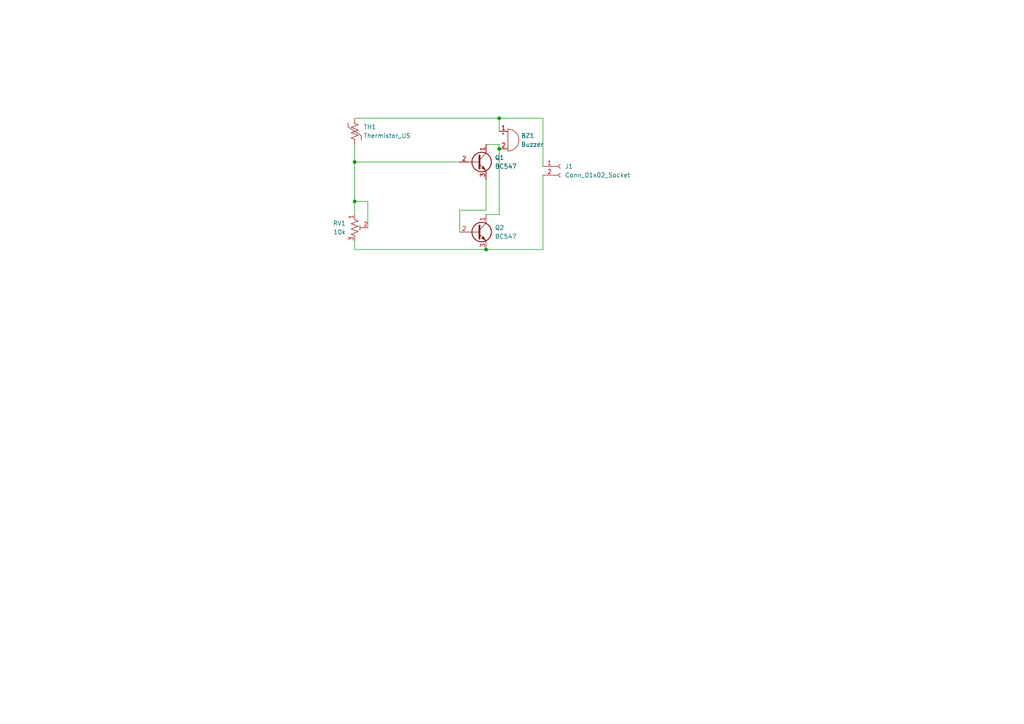
<source format=kicad_sch>
(kicad_sch
	(version 20250114)
	(generator "eeschema")
	(generator_version "9.0")
	(uuid "4efac33a-d68f-4b53-9ace-f1a5e3c9f6a2")
	(paper "A4")
	(lib_symbols
		(symbol "Connector:Conn_01x02_Socket"
			(pin_names
				(offset 1.016)
				(hide yes)
			)
			(exclude_from_sim no)
			(in_bom yes)
			(on_board yes)
			(property "Reference" "J"
				(at 0 2.54 0)
				(effects
					(font
						(size 1.27 1.27)
					)
				)
			)
			(property "Value" "Conn_01x02_Socket"
				(at 0 -5.08 0)
				(effects
					(font
						(size 1.27 1.27)
					)
				)
			)
			(property "Footprint" ""
				(at 0 0 0)
				(effects
					(font
						(size 1.27 1.27)
					)
					(hide yes)
				)
			)
			(property "Datasheet" "~"
				(at 0 0 0)
				(effects
					(font
						(size 1.27 1.27)
					)
					(hide yes)
				)
			)
			(property "Description" "Generic connector, single row, 01x02, script generated"
				(at 0 0 0)
				(effects
					(font
						(size 1.27 1.27)
					)
					(hide yes)
				)
			)
			(property "ki_locked" ""
				(at 0 0 0)
				(effects
					(font
						(size 1.27 1.27)
					)
				)
			)
			(property "ki_keywords" "connector"
				(at 0 0 0)
				(effects
					(font
						(size 1.27 1.27)
					)
					(hide yes)
				)
			)
			(property "ki_fp_filters" "Connector*:*_1x??_*"
				(at 0 0 0)
				(effects
					(font
						(size 1.27 1.27)
					)
					(hide yes)
				)
			)
			(symbol "Conn_01x02_Socket_1_1"
				(polyline
					(pts
						(xy -1.27 0) (xy -0.508 0)
					)
					(stroke
						(width 0.1524)
						(type default)
					)
					(fill
						(type none)
					)
				)
				(polyline
					(pts
						(xy -1.27 -2.54) (xy -0.508 -2.54)
					)
					(stroke
						(width 0.1524)
						(type default)
					)
					(fill
						(type none)
					)
				)
				(arc
					(start 0 -0.508)
					(mid -0.5058 0)
					(end 0 0.508)
					(stroke
						(width 0.1524)
						(type default)
					)
					(fill
						(type none)
					)
				)
				(arc
					(start 0 -3.048)
					(mid -0.5058 -2.54)
					(end 0 -2.032)
					(stroke
						(width 0.1524)
						(type default)
					)
					(fill
						(type none)
					)
				)
				(pin passive line
					(at -5.08 0 0)
					(length 3.81)
					(name "Pin_1"
						(effects
							(font
								(size 1.27 1.27)
							)
						)
					)
					(number "1"
						(effects
							(font
								(size 1.27 1.27)
							)
						)
					)
				)
				(pin passive line
					(at -5.08 -2.54 0)
					(length 3.81)
					(name "Pin_2"
						(effects
							(font
								(size 1.27 1.27)
							)
						)
					)
					(number "2"
						(effects
							(font
								(size 1.27 1.27)
							)
						)
					)
				)
			)
			(embedded_fonts no)
		)
		(symbol "Device:Buzzer"
			(pin_names
				(offset 0.0254)
				(hide yes)
			)
			(exclude_from_sim no)
			(in_bom yes)
			(on_board yes)
			(property "Reference" "BZ"
				(at 3.81 1.27 0)
				(effects
					(font
						(size 1.27 1.27)
					)
					(justify left)
				)
			)
			(property "Value" "Buzzer"
				(at 3.81 -1.27 0)
				(effects
					(font
						(size 1.27 1.27)
					)
					(justify left)
				)
			)
			(property "Footprint" ""
				(at -0.635 2.54 90)
				(effects
					(font
						(size 1.27 1.27)
					)
					(hide yes)
				)
			)
			(property "Datasheet" "~"
				(at -0.635 2.54 90)
				(effects
					(font
						(size 1.27 1.27)
					)
					(hide yes)
				)
			)
			(property "Description" "Buzzer, polarized"
				(at 0 0 0)
				(effects
					(font
						(size 1.27 1.27)
					)
					(hide yes)
				)
			)
			(property "ki_keywords" "quartz resonator ceramic"
				(at 0 0 0)
				(effects
					(font
						(size 1.27 1.27)
					)
					(hide yes)
				)
			)
			(property "ki_fp_filters" "*Buzzer*"
				(at 0 0 0)
				(effects
					(font
						(size 1.27 1.27)
					)
					(hide yes)
				)
			)
			(symbol "Buzzer_0_1"
				(polyline
					(pts
						(xy -1.651 1.905) (xy -1.143 1.905)
					)
					(stroke
						(width 0)
						(type default)
					)
					(fill
						(type none)
					)
				)
				(polyline
					(pts
						(xy -1.397 2.159) (xy -1.397 1.651)
					)
					(stroke
						(width 0)
						(type default)
					)
					(fill
						(type none)
					)
				)
				(arc
					(start 0 3.175)
					(mid 3.1612 0)
					(end 0 -3.175)
					(stroke
						(width 0)
						(type default)
					)
					(fill
						(type none)
					)
				)
				(polyline
					(pts
						(xy 0 3.175) (xy 0 -3.175)
					)
					(stroke
						(width 0)
						(type default)
					)
					(fill
						(type none)
					)
				)
			)
			(symbol "Buzzer_1_1"
				(pin passive line
					(at -2.54 2.54 0)
					(length 2.54)
					(name "+"
						(effects
							(font
								(size 1.27 1.27)
							)
						)
					)
					(number "1"
						(effects
							(font
								(size 1.27 1.27)
							)
						)
					)
				)
				(pin passive line
					(at -2.54 -2.54 0)
					(length 2.54)
					(name "-"
						(effects
							(font
								(size 1.27 1.27)
							)
						)
					)
					(number "2"
						(effects
							(font
								(size 1.27 1.27)
							)
						)
					)
				)
			)
			(embedded_fonts no)
		)
		(symbol "Device:R_Potentiometer_Trim_US"
			(pin_names
				(offset 1.016)
				(hide yes)
			)
			(exclude_from_sim no)
			(in_bom yes)
			(on_board yes)
			(property "Reference" "RV"
				(at -4.445 0 90)
				(effects
					(font
						(size 1.27 1.27)
					)
				)
			)
			(property "Value" "R_Potentiometer_Trim_US"
				(at -2.54 0 90)
				(effects
					(font
						(size 1.27 1.27)
					)
				)
			)
			(property "Footprint" ""
				(at 0 0 0)
				(effects
					(font
						(size 1.27 1.27)
					)
					(hide yes)
				)
			)
			(property "Datasheet" "~"
				(at 0 0 0)
				(effects
					(font
						(size 1.27 1.27)
					)
					(hide yes)
				)
			)
			(property "Description" "Trim-potentiometer, US symbol"
				(at 0 0 0)
				(effects
					(font
						(size 1.27 1.27)
					)
					(hide yes)
				)
			)
			(property "ki_keywords" "resistor variable trimpot trimmer"
				(at 0 0 0)
				(effects
					(font
						(size 1.27 1.27)
					)
					(hide yes)
				)
			)
			(property "ki_fp_filters" "Potentiometer*"
				(at 0 0 0)
				(effects
					(font
						(size 1.27 1.27)
					)
					(hide yes)
				)
			)
			(symbol "R_Potentiometer_Trim_US_0_1"
				(polyline
					(pts
						(xy 0 2.286) (xy 0 2.54)
					)
					(stroke
						(width 0)
						(type default)
					)
					(fill
						(type none)
					)
				)
				(polyline
					(pts
						(xy 0 2.286) (xy 1.016 1.905) (xy 0 1.524) (xy -1.016 1.143) (xy 0 0.762)
					)
					(stroke
						(width 0)
						(type default)
					)
					(fill
						(type none)
					)
				)
				(polyline
					(pts
						(xy 0 0.762) (xy 1.016 0.381) (xy 0 0) (xy -1.016 -0.381) (xy 0 -0.762)
					)
					(stroke
						(width 0)
						(type default)
					)
					(fill
						(type none)
					)
				)
				(polyline
					(pts
						(xy 0 -0.762) (xy 1.016 -1.143) (xy 0 -1.524) (xy -1.016 -1.905) (xy 0 -2.286)
					)
					(stroke
						(width 0)
						(type default)
					)
					(fill
						(type none)
					)
				)
				(polyline
					(pts
						(xy 0 -2.286) (xy 0 -2.54)
					)
					(stroke
						(width 0)
						(type default)
					)
					(fill
						(type none)
					)
				)
				(polyline
					(pts
						(xy 1.524 0.762) (xy 1.524 -0.762)
					)
					(stroke
						(width 0)
						(type default)
					)
					(fill
						(type none)
					)
				)
				(polyline
					(pts
						(xy 2.54 0) (xy 1.524 0)
					)
					(stroke
						(width 0)
						(type default)
					)
					(fill
						(type none)
					)
				)
			)
			(symbol "R_Potentiometer_Trim_US_1_1"
				(pin passive line
					(at 0 3.81 270)
					(length 1.27)
					(name "1"
						(effects
							(font
								(size 1.27 1.27)
							)
						)
					)
					(number "1"
						(effects
							(font
								(size 1.27 1.27)
							)
						)
					)
				)
				(pin passive line
					(at 0 -3.81 90)
					(length 1.27)
					(name "3"
						(effects
							(font
								(size 1.27 1.27)
							)
						)
					)
					(number "3"
						(effects
							(font
								(size 1.27 1.27)
							)
						)
					)
				)
				(pin passive line
					(at 3.81 0 180)
					(length 1.27)
					(name "2"
						(effects
							(font
								(size 1.27 1.27)
							)
						)
					)
					(number "2"
						(effects
							(font
								(size 1.27 1.27)
							)
						)
					)
				)
			)
			(embedded_fonts no)
		)
		(symbol "Device:Thermistor_US"
			(pin_numbers
				(hide yes)
			)
			(pin_names
				(offset 0)
			)
			(exclude_from_sim no)
			(in_bom yes)
			(on_board yes)
			(property "Reference" "TH"
				(at 2.54 1.27 90)
				(effects
					(font
						(size 1.27 1.27)
					)
				)
			)
			(property "Value" "Thermistor_US"
				(at -2.54 0 90)
				(effects
					(font
						(size 1.27 1.27)
					)
					(justify bottom)
				)
			)
			(property "Footprint" ""
				(at 0 0 0)
				(effects
					(font
						(size 1.27 1.27)
					)
					(hide yes)
				)
			)
			(property "Datasheet" "~"
				(at 0 0 0)
				(effects
					(font
						(size 1.27 1.27)
					)
					(hide yes)
				)
			)
			(property "Description" "Thermistor, temperature dependent resistor, US symbol"
				(at 0 0 0)
				(effects
					(font
						(size 1.27 1.27)
					)
					(hide yes)
				)
			)
			(property "ki_keywords" "R res thermistor"
				(at 0 0 0)
				(effects
					(font
						(size 1.27 1.27)
					)
					(hide yes)
				)
			)
			(property "ki_fp_filters" "R_*"
				(at 0 0 0)
				(effects
					(font
						(size 1.27 1.27)
					)
					(hide yes)
				)
			)
			(symbol "Thermistor_US_0_1"
				(polyline
					(pts
						(xy -1.905 2.54) (xy -1.905 1.27) (xy 1.905 -1.27)
					)
					(stroke
						(width 0)
						(type default)
					)
					(fill
						(type none)
					)
				)
				(polyline
					(pts
						(xy 0 2.286) (xy 0 2.54)
					)
					(stroke
						(width 0)
						(type default)
					)
					(fill
						(type none)
					)
				)
				(polyline
					(pts
						(xy 0 2.286) (xy 1.016 1.905) (xy 0 1.524) (xy -1.016 1.143) (xy 0 0.762)
					)
					(stroke
						(width 0)
						(type default)
					)
					(fill
						(type none)
					)
				)
				(polyline
					(pts
						(xy 0 0.762) (xy 1.016 0.381) (xy 0 0) (xy -1.016 -0.381) (xy 0 -0.762)
					)
					(stroke
						(width 0)
						(type default)
					)
					(fill
						(type none)
					)
				)
				(polyline
					(pts
						(xy 0 -0.762) (xy 1.016 -1.143) (xy 0 -1.524) (xy -1.016 -1.905) (xy 0 -2.286)
					)
					(stroke
						(width 0)
						(type default)
					)
					(fill
						(type none)
					)
				)
				(polyline
					(pts
						(xy 0 -2.286) (xy 0 -2.54)
					)
					(stroke
						(width 0)
						(type default)
					)
					(fill
						(type none)
					)
				)
				(polyline
					(pts
						(xy 1.905 -1.27) (xy 1.905 -2.54)
					)
					(stroke
						(width 0)
						(type default)
					)
					(fill
						(type none)
					)
				)
			)
			(symbol "Thermistor_US_1_1"
				(pin passive line
					(at 0 3.81 270)
					(length 1.27)
					(name "~"
						(effects
							(font
								(size 1.27 1.27)
							)
						)
					)
					(number "1"
						(effects
							(font
								(size 1.27 1.27)
							)
						)
					)
				)
				(pin passive line
					(at 0 -3.81 90)
					(length 1.27)
					(name "~"
						(effects
							(font
								(size 1.27 1.27)
							)
						)
					)
					(number "2"
						(effects
							(font
								(size 1.27 1.27)
							)
						)
					)
				)
			)
			(embedded_fonts no)
		)
		(symbol "Transistor_BJT:BC547"
			(pin_names
				(offset 0)
				(hide yes)
			)
			(exclude_from_sim no)
			(in_bom yes)
			(on_board yes)
			(property "Reference" "Q"
				(at 5.08 1.905 0)
				(effects
					(font
						(size 1.27 1.27)
					)
					(justify left)
				)
			)
			(property "Value" "BC547"
				(at 5.08 0 0)
				(effects
					(font
						(size 1.27 1.27)
					)
					(justify left)
				)
			)
			(property "Footprint" "Package_TO_SOT_THT:TO-92_Inline"
				(at 5.08 -1.905 0)
				(effects
					(font
						(size 1.27 1.27)
						(italic yes)
					)
					(justify left)
					(hide yes)
				)
			)
			(property "Datasheet" "https://www.onsemi.com/pub/Collateral/BC550-D.pdf"
				(at 0 0 0)
				(effects
					(font
						(size 1.27 1.27)
					)
					(justify left)
					(hide yes)
				)
			)
			(property "Description" "0.1A Ic, 45V Vce, Small Signal NPN Transistor, TO-92"
				(at 0 0 0)
				(effects
					(font
						(size 1.27 1.27)
					)
					(hide yes)
				)
			)
			(property "ki_keywords" "NPN Transistor"
				(at 0 0 0)
				(effects
					(font
						(size 1.27 1.27)
					)
					(hide yes)
				)
			)
			(property "ki_fp_filters" "TO?92*"
				(at 0 0 0)
				(effects
					(font
						(size 1.27 1.27)
					)
					(hide yes)
				)
			)
			(symbol "BC547_0_1"
				(polyline
					(pts
						(xy -2.54 0) (xy 0.635 0)
					)
					(stroke
						(width 0)
						(type default)
					)
					(fill
						(type none)
					)
				)
				(polyline
					(pts
						(xy 0.635 1.905) (xy 0.635 -1.905)
					)
					(stroke
						(width 0.508)
						(type default)
					)
					(fill
						(type none)
					)
				)
				(circle
					(center 1.27 0)
					(radius 2.8194)
					(stroke
						(width 0.254)
						(type default)
					)
					(fill
						(type none)
					)
				)
			)
			(symbol "BC547_1_1"
				(polyline
					(pts
						(xy 0.635 0.635) (xy 2.54 2.54)
					)
					(stroke
						(width 0)
						(type default)
					)
					(fill
						(type none)
					)
				)
				(polyline
					(pts
						(xy 0.635 -0.635) (xy 2.54 -2.54)
					)
					(stroke
						(width 0)
						(type default)
					)
					(fill
						(type none)
					)
				)
				(polyline
					(pts
						(xy 1.27 -1.778) (xy 1.778 -1.27) (xy 2.286 -2.286) (xy 1.27 -1.778)
					)
					(stroke
						(width 0)
						(type default)
					)
					(fill
						(type outline)
					)
				)
				(pin input line
					(at -5.08 0 0)
					(length 2.54)
					(name "B"
						(effects
							(font
								(size 1.27 1.27)
							)
						)
					)
					(number "2"
						(effects
							(font
								(size 1.27 1.27)
							)
						)
					)
				)
				(pin passive line
					(at 2.54 5.08 270)
					(length 2.54)
					(name "C"
						(effects
							(font
								(size 1.27 1.27)
							)
						)
					)
					(number "1"
						(effects
							(font
								(size 1.27 1.27)
							)
						)
					)
				)
				(pin passive line
					(at 2.54 -5.08 90)
					(length 2.54)
					(name "E"
						(effects
							(font
								(size 1.27 1.27)
							)
						)
					)
					(number "3"
						(effects
							(font
								(size 1.27 1.27)
							)
						)
					)
				)
			)
			(embedded_fonts no)
		)
	)
	(junction
		(at 140.97 72.39)
		(diameter 0)
		(color 0 0 0 0)
		(uuid "07bd19a1-68ab-406d-be6d-8ee6b8254bb4")
	)
	(junction
		(at 144.78 43.18)
		(diameter 0)
		(color 0 0 0 0)
		(uuid "2cfff141-f94a-4f2a-9304-593e2aa898d1")
	)
	(junction
		(at 144.78 34.29)
		(diameter 0)
		(color 0 0 0 0)
		(uuid "c3f4c48b-32a1-4d19-885b-df1d8bb8a078")
	)
	(junction
		(at 102.87 58.42)
		(diameter 0)
		(color 0 0 0 0)
		(uuid "e8445e18-c02c-417a-ab90-586a3b6e5618")
	)
	(junction
		(at 102.87 46.99)
		(diameter 0)
		(color 0 0 0 0)
		(uuid "f96b4580-f08a-4989-80f1-dd9cb8f1d186")
	)
	(wire
		(pts
			(xy 157.48 72.39) (xy 140.97 72.39)
		)
		(stroke
			(width 0)
			(type default)
		)
		(uuid "0b87fd46-9e42-4748-843a-f21b0fd69e6d")
	)
	(wire
		(pts
			(xy 102.87 46.99) (xy 102.87 58.42)
		)
		(stroke
			(width 0)
			(type default)
		)
		(uuid "0c1bf1e8-f8a5-4be3-b790-fbce99cb03dc")
	)
	(wire
		(pts
			(xy 157.48 34.29) (xy 157.48 48.26)
		)
		(stroke
			(width 0)
			(type default)
		)
		(uuid "141914db-5226-411c-8261-7278bbc4cbe4")
	)
	(wire
		(pts
			(xy 133.35 67.31) (xy 133.35 60.96)
		)
		(stroke
			(width 0)
			(type default)
		)
		(uuid "146d8762-fa50-4150-9071-c8a98e7366ec")
	)
	(wire
		(pts
			(xy 133.35 60.96) (xy 140.97 60.96)
		)
		(stroke
			(width 0)
			(type default)
		)
		(uuid "160de480-0a4b-4a59-b4c1-f37d81db30df")
	)
	(wire
		(pts
			(xy 157.48 50.8) (xy 157.48 72.39)
		)
		(stroke
			(width 0)
			(type default)
		)
		(uuid "1b390317-65fd-4aaf-93bc-f95567836ce2")
	)
	(wire
		(pts
			(xy 106.68 66.04) (xy 106.68 58.42)
		)
		(stroke
			(width 0)
			(type default)
		)
		(uuid "24156459-bb22-4c91-a24a-4864c38b36a9")
	)
	(wire
		(pts
			(xy 102.87 72.39) (xy 140.97 72.39)
		)
		(stroke
			(width 0)
			(type default)
		)
		(uuid "39d3d829-3b12-4762-bec8-977d73c197ee")
	)
	(wire
		(pts
			(xy 102.87 34.29) (xy 144.78 34.29)
		)
		(stroke
			(width 0)
			(type default)
		)
		(uuid "525aaf79-f7be-4414-a20a-52eed48ad0e5")
	)
	(wire
		(pts
			(xy 144.78 41.91) (xy 144.78 43.18)
		)
		(stroke
			(width 0)
			(type default)
		)
		(uuid "5a3636bb-6313-4df1-a353-9f2e531f7fb7")
	)
	(wire
		(pts
			(xy 102.87 69.85) (xy 102.87 72.39)
		)
		(stroke
			(width 0)
			(type default)
		)
		(uuid "64831648-7c9e-464c-a6a2-ffd20245e72b")
	)
	(wire
		(pts
			(xy 102.87 58.42) (xy 102.87 62.23)
		)
		(stroke
			(width 0)
			(type default)
		)
		(uuid "719208e1-9fbd-4f84-977a-f7941c60ec55")
	)
	(wire
		(pts
			(xy 140.97 60.96) (xy 140.97 52.07)
		)
		(stroke
			(width 0)
			(type default)
		)
		(uuid "880006c4-b99c-48be-8699-a4a9ea26e0d2")
	)
	(wire
		(pts
			(xy 140.97 62.23) (xy 144.78 62.23)
		)
		(stroke
			(width 0)
			(type default)
		)
		(uuid "b359e8e0-1676-46f1-a699-91f5023d1507")
	)
	(wire
		(pts
			(xy 144.78 43.18) (xy 144.78 62.23)
		)
		(stroke
			(width 0)
			(type default)
		)
		(uuid "c5c1d3f2-b66c-4e04-9e08-b5884ec0d19f")
	)
	(wire
		(pts
			(xy 144.78 34.29) (xy 144.78 38.1)
		)
		(stroke
			(width 0)
			(type default)
		)
		(uuid "d4330995-bdc3-4dd2-899a-a8a9897e81d1")
	)
	(wire
		(pts
			(xy 133.35 46.99) (xy 102.87 46.99)
		)
		(stroke
			(width 0)
			(type default)
		)
		(uuid "f1a76073-7d8f-499d-80ff-52e1994c26f5")
	)
	(wire
		(pts
			(xy 106.68 58.42) (xy 102.87 58.42)
		)
		(stroke
			(width 0)
			(type default)
		)
		(uuid "f6849ab2-42a5-43f6-9929-043a62963395")
	)
	(wire
		(pts
			(xy 144.78 34.29) (xy 157.48 34.29)
		)
		(stroke
			(width 0)
			(type default)
		)
		(uuid "f6a32e6a-22fe-4a76-96ca-1b855b2fb59c")
	)
	(wire
		(pts
			(xy 140.97 41.91) (xy 144.78 41.91)
		)
		(stroke
			(width 0)
			(type default)
		)
		(uuid "f7091ae6-ac01-4427-aa21-057d7f0954d5")
	)
	(wire
		(pts
			(xy 102.87 41.91) (xy 102.87 46.99)
		)
		(stroke
			(width 0)
			(type default)
		)
		(uuid "f8b46569-8cda-4c4c-858f-729f7232ab30")
	)
	(symbol
		(lib_id "Connector:Conn_01x02_Socket")
		(at 162.56 48.26 0)
		(unit 1)
		(exclude_from_sim no)
		(in_bom yes)
		(on_board yes)
		(dnp no)
		(fields_autoplaced yes)
		(uuid "2ff84933-482b-4876-b583-0c4b63aa292f")
		(property "Reference" "J1"
			(at 163.83 48.2599 0)
			(effects
				(font
					(size 1.27 1.27)
				)
				(justify left)
			)
		)
		(property "Value" "Conn_01x02_Socket"
			(at 163.83 50.7999 0)
			(effects
				(font
					(size 1.27 1.27)
				)
				(justify left)
			)
		)
		(property "Footprint" "Connector_Molex:Molex_KK-254_AE-6410-02A_1x02_P2.54mm_Vertical"
			(at 162.56 48.26 0)
			(effects
				(font
					(size 1.27 1.27)
				)
				(hide yes)
			)
		)
		(property "Datasheet" "~"
			(at 162.56 48.26 0)
			(effects
				(font
					(size 1.27 1.27)
				)
				(hide yes)
			)
		)
		(property "Description" "Generic connector, single row, 01x02, script generated"
			(at 162.56 48.26 0)
			(effects
				(font
					(size 1.27 1.27)
				)
				(hide yes)
			)
		)
		(pin "1"
			(uuid "699511ff-4566-445d-afd4-984b044213d5")
		)
		(pin "2"
			(uuid "061e768b-7a88-43d2-95e6-2d258fa7d268")
		)
		(instances
			(project ""
				(path "/4efac33a-d68f-4b53-9ace-f1a5e3c9f6a2"
					(reference "J1")
					(unit 1)
				)
			)
		)
	)
	(symbol
		(lib_id "Device:Thermistor_US")
		(at 102.87 38.1 0)
		(unit 1)
		(exclude_from_sim no)
		(in_bom yes)
		(on_board yes)
		(dnp no)
		(fields_autoplaced yes)
		(uuid "3e1d460a-b98b-4d37-856c-df2aff923442")
		(property "Reference" "TH1"
			(at 105.41 36.8299 0)
			(effects
				(font
					(size 1.27 1.27)
				)
				(justify left)
			)
		)
		(property "Value" "Thermistor_US"
			(at 105.41 39.3699 0)
			(effects
				(font
					(size 1.27 1.27)
				)
				(justify left)
			)
		)
		(property "Footprint" "LED_THT:LED_D3.0mm_IRGrey"
			(at 102.87 38.1 0)
			(effects
				(font
					(size 1.27 1.27)
				)
				(hide yes)
			)
		)
		(property "Datasheet" "~"
			(at 102.87 38.1 0)
			(effects
				(font
					(size 1.27 1.27)
				)
				(hide yes)
			)
		)
		(property "Description" "Thermistor, temperature dependent resistor, US symbol"
			(at 102.87 38.1 0)
			(effects
				(font
					(size 1.27 1.27)
				)
				(hide yes)
			)
		)
		(pin "2"
			(uuid "9f000535-0c7e-4b82-88ce-4c773d3ac1ba")
		)
		(pin "1"
			(uuid "af845d37-6189-4ccd-bb32-9616f174e660")
		)
		(instances
			(project ""
				(path "/4efac33a-d68f-4b53-9ace-f1a5e3c9f6a2"
					(reference "TH1")
					(unit 1)
				)
			)
		)
	)
	(symbol
		(lib_id "Transistor_BJT:BC547")
		(at 138.43 67.31 0)
		(unit 1)
		(exclude_from_sim no)
		(in_bom yes)
		(on_board yes)
		(dnp no)
		(fields_autoplaced yes)
		(uuid "bccde401-b0dc-482e-9064-bc7a9867dddc")
		(property "Reference" "Q2"
			(at 143.51 66.0399 0)
			(effects
				(font
					(size 1.27 1.27)
				)
				(justify left)
			)
		)
		(property "Value" "BC547"
			(at 143.51 68.5799 0)
			(effects
				(font
					(size 1.27 1.27)
				)
				(justify left)
			)
		)
		(property "Footprint" "Package_TO_SOT_THT:TO-92_Inline"
			(at 143.51 69.215 0)
			(effects
				(font
					(size 1.27 1.27)
					(italic yes)
				)
				(justify left)
				(hide yes)
			)
		)
		(property "Datasheet" "https://www.onsemi.com/pub/Collateral/BC550-D.pdf"
			(at 138.43 67.31 0)
			(effects
				(font
					(size 1.27 1.27)
				)
				(justify left)
				(hide yes)
			)
		)
		(property "Description" "0.1A Ic, 45V Vce, Small Signal NPN Transistor, TO-92"
			(at 138.43 67.31 0)
			(effects
				(font
					(size 1.27 1.27)
				)
				(hide yes)
			)
		)
		(pin "2"
			(uuid "22fd1f93-342a-4b67-a054-c7887b0af6fb")
		)
		(pin "1"
			(uuid "8e9d7db0-6cbd-4ca4-9076-7a47a61ce006")
		)
		(pin "3"
			(uuid "a208a449-9382-49e6-8f6c-356accf2f1ed")
		)
		(instances
			(project ""
				(path "/4efac33a-d68f-4b53-9ace-f1a5e3c9f6a2"
					(reference "Q2")
					(unit 1)
				)
			)
		)
	)
	(symbol
		(lib_id "Transistor_BJT:BC547")
		(at 138.43 46.99 0)
		(unit 1)
		(exclude_from_sim no)
		(in_bom yes)
		(on_board yes)
		(dnp no)
		(fields_autoplaced yes)
		(uuid "e00c1331-b3f6-488c-88e4-b0f5c95d0eab")
		(property "Reference" "Q1"
			(at 143.51 45.7199 0)
			(effects
				(font
					(size 1.27 1.27)
				)
				(justify left)
			)
		)
		(property "Value" "BC547"
			(at 143.51 48.2599 0)
			(effects
				(font
					(size 1.27 1.27)
				)
				(justify left)
			)
		)
		(property "Footprint" "Package_TO_SOT_THT:TO-92_Inline"
			(at 143.51 48.895 0)
			(effects
				(font
					(size 1.27 1.27)
					(italic yes)
				)
				(justify left)
				(hide yes)
			)
		)
		(property "Datasheet" "https://www.onsemi.com/pub/Collateral/BC550-D.pdf"
			(at 138.43 46.99 0)
			(effects
				(font
					(size 1.27 1.27)
				)
				(justify left)
				(hide yes)
			)
		)
		(property "Description" "0.1A Ic, 45V Vce, Small Signal NPN Transistor, TO-92"
			(at 138.43 46.99 0)
			(effects
				(font
					(size 1.27 1.27)
				)
				(hide yes)
			)
		)
		(pin "1"
			(uuid "bbd18e21-2647-4a23-86e6-f485a1851374")
		)
		(pin "3"
			(uuid "de764678-ef5f-4ba9-add0-161644bf4e77")
		)
		(pin "2"
			(uuid "52c398a2-187f-447f-832f-af7c2c317579")
		)
		(instances
			(project ""
				(path "/4efac33a-d68f-4b53-9ace-f1a5e3c9f6a2"
					(reference "Q1")
					(unit 1)
				)
			)
		)
	)
	(symbol
		(lib_id "Device:Buzzer")
		(at 147.32 40.64 0)
		(unit 1)
		(exclude_from_sim no)
		(in_bom yes)
		(on_board yes)
		(dnp no)
		(fields_autoplaced yes)
		(uuid "f5be399a-bbfb-431c-b417-805114cdd69c")
		(property "Reference" "BZ1"
			(at 151.13 39.3699 0)
			(effects
				(font
					(size 1.27 1.27)
				)
				(justify left)
			)
		)
		(property "Value" "Buzzer"
			(at 151.13 41.9099 0)
			(effects
				(font
					(size 1.27 1.27)
				)
				(justify left)
			)
		)
		(property "Footprint" "Buzzer_Beeper:Buzzer_12x9.5RM7.6"
			(at 146.685 38.1 90)
			(effects
				(font
					(size 1.27 1.27)
				)
				(hide yes)
			)
		)
		(property "Datasheet" "~"
			(at 146.685 38.1 90)
			(effects
				(font
					(size 1.27 1.27)
				)
				(hide yes)
			)
		)
		(property "Description" "Buzzer, polarized"
			(at 147.32 40.64 0)
			(effects
				(font
					(size 1.27 1.27)
				)
				(hide yes)
			)
		)
		(pin "1"
			(uuid "f690f1f5-54a9-4e64-8ff3-4139877062bc")
		)
		(pin "2"
			(uuid "b33a7dd6-485e-4a89-bc7f-cd16d257c549")
		)
		(instances
			(project ""
				(path "/4efac33a-d68f-4b53-9ace-f1a5e3c9f6a2"
					(reference "BZ1")
					(unit 1)
				)
			)
		)
	)
	(symbol
		(lib_id "Device:R_Potentiometer_Trim_US")
		(at 102.87 66.04 0)
		(unit 1)
		(exclude_from_sim no)
		(in_bom yes)
		(on_board yes)
		(dnp no)
		(fields_autoplaced yes)
		(uuid "f698a454-f093-491d-b386-de73554753db")
		(property "Reference" "RV1"
			(at 100.33 64.7699 0)
			(effects
				(font
					(size 1.27 1.27)
				)
				(justify right)
			)
		)
		(property "Value" "10k"
			(at 100.33 67.3099 0)
			(effects
				(font
					(size 1.27 1.27)
				)
				(justify right)
			)
		)
		(property "Footprint" "Potentiometer_THT:Potentiometer_Bourns_3296W_Vertical"
			(at 102.87 66.04 0)
			(effects
				(font
					(size 1.27 1.27)
				)
				(hide yes)
			)
		)
		(property "Datasheet" "~"
			(at 102.87 66.04 0)
			(effects
				(font
					(size 1.27 1.27)
				)
				(hide yes)
			)
		)
		(property "Description" "Trim-potentiometer, US symbol"
			(at 102.87 66.04 0)
			(effects
				(font
					(size 1.27 1.27)
				)
				(hide yes)
			)
		)
		(pin "3"
			(uuid "c2c6b6c6-24a4-4ab4-ae7a-56ea103886dd")
		)
		(pin "2"
			(uuid "d34e2962-8107-427f-ae7e-3e3a538cc749")
		)
		(pin "1"
			(uuid "7fce868e-03fd-4a62-9ca2-939049c5db25")
		)
		(instances
			(project ""
				(path "/4efac33a-d68f-4b53-9ace-f1a5e3c9f6a2"
					(reference "RV1")
					(unit 1)
				)
			)
		)
	)
	(sheet_instances
		(path "/"
			(page "1")
		)
	)
	(embedded_fonts no)
)

</source>
